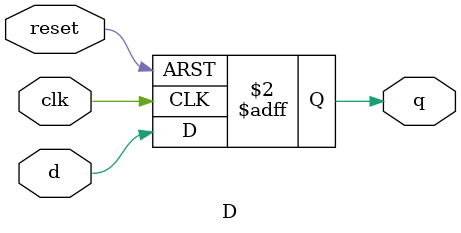
<source format=v>
`timescale 1ns / 1ps


module D(
    input clk,
    input reset,
    input d,
    output reg q
    );
    always @(posedge clk or posedge reset)
    begin
        if(reset) q<=0;
        else q<=d;
    end
endmodule

</source>
